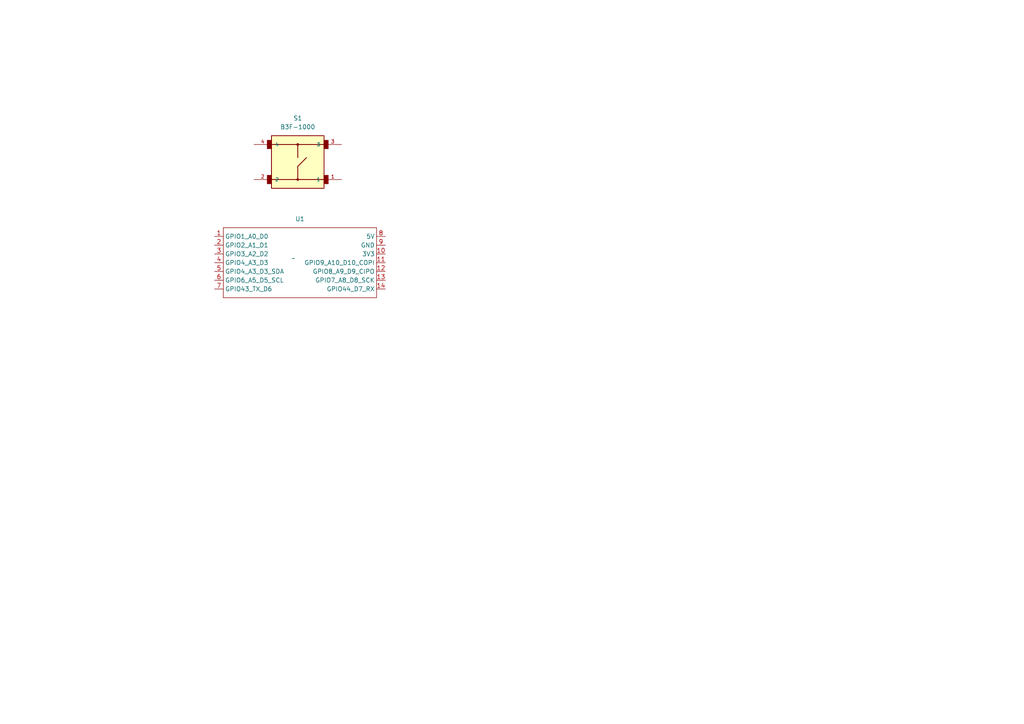
<source format=kicad_sch>
(kicad_sch (version 20230121) (generator eeschema)
  (paper "A4")
  (lib_symbols
    (symbol "button:B3F-1000" (pin_names (offset 1.016))
      (property "Reference" "S" (at -7.6261 7.6261 0))
      (property "Value" "B3F-1000" (at -7.6316 -8.9035 0))
      (symbol "B3F-1000_0_0"
        (rectangle (start -8.8931 -6.3522) (end -7.62 -3.81) (stroke (width 0.1)) (fill (type outline)))
        (rectangle (start -8.8912 3.8105) (end -7.62 6.35) (stroke (width 0.1)) (fill (type outline)))
        (rectangle (start -7.62 -7.62) (end 7.62 7.62) (stroke (width 0.254)) (fill (type background)))
        (circle (center 0 -5.08) (radius 0.254) (stroke (width 0.254)))
        (polyline (pts (xy -7.62 -5.08) (xy 0 -5.08)) (stroke (width 0.254)))
        (polyline (pts (xy -7.62 5.08) (xy 0 5.08)) (stroke (width 0.254)))
        (polyline (pts (xy 0 -5.08) (xy 0 -1.27)) (stroke (width 0.254)))
        (polyline (pts (xy 0 -5.08) (xy 7.62 -5.08)) (stroke (width 0.254)))
        (polyline (pts (xy 0 -1.27) (xy 2.54 1.27)) (stroke (width 0.254)))
        (polyline (pts (xy 0 5.08) (xy 0 1.27)) (stroke (width 0.254)))
        (polyline (pts (xy 0 5.08) (xy 7.62 5.08)) (stroke (width 0.254)))
        (circle (center 0 5.08) (radius 0.254) (stroke (width 0.254)))
        (rectangle (start 7.6236 -6.353) (end 8.89 -3.81) (stroke (width 0.1)) (fill (type outline)))
        (rectangle (start 7.6243 3.8121) (end 8.89 6.35) (stroke (width 0.1)) (fill (type outline)))
        (pin passive line (at 12.7 -5.08 180) (length 5.08) (name "1") (number "1"))
        (pin passive line (at -12.7 -5.08 0) (length 5.08) (name "2") (number "2"))
        (pin passive line (at 12.7 5.08 180) (length 5.08) (name "3") (number "3"))
        (pin passive line (at -12.7 5.08 0) (length 5.08) (name "4") (number "4"))
      )
    )
    (symbol "esp32:XIAO_ESP32_SENSE"
      (property "Reference" "U" (at 0 0 0))
      (symbol "XIAO_ESP32_SENSE_0_1"
        (polyline (pts (xy -20.32 8.89) (xy -20.32 -11.43) (xy 24.13 -11.43) (xy 24.13 8.89) (xy -20.32 8.89)))
      )
      (symbol "XIAO_ESP32_SENSE_1_1"
        (pin bidirectional line (at -22.86 6.35 0) (length 2.54) (name "GPIO1_A0_D0") (number "1"))
        (pin bidirectional line (at 26.67 1.27 180) (length 2.54) (name "3V3") (number "10"))
        (pin bidirectional line (at 26.67 -1.27 180) (length 2.54) (name "GPIO9_A10_D10_COPI") (number "11"))
        (pin bidirectional line (at 26.67 -3.81 180) (length 2.54) (name "GPIO8_A9_D9_CIPO") (number "12"))
        (pin bidirectional line (at 26.67 -6.35 180) (length 2.54) (name "GPIO7_A8_D8_SCK") (number "13"))
        (pin bidirectional line (at 26.67 -8.89 180) (length 2.54) (name "GPIO44_D7_RX") (number "14"))
        (pin bidirectional line (at -22.86 3.81 0) (length 2.54) (name "GPIO2_A1_D1") (number "2"))
        (pin bidirectional line (at -22.86 1.27 0) (length 2.54) (name "GPIO3_A2_D2") (number "3"))
        (pin bidirectional line (at -22.86 -1.27 0) (length 2.54) (name "GPIO4_A3_D3") (number "4"))
        (pin bidirectional line (at -22.86 -3.81 0) (length 2.54) (name "GPIO4_A3_D3_SDA") (number "5"))
        (pin bidirectional line (at -22.86 -6.35 0) (length 2.54) (name "GPIO6_A5_D5_SCL") (number "6"))
        (pin bidirectional line (at -22.86 -8.89 0) (length 2.54) (name "GPIO43_TX_D6") (number "7"))
        (pin bidirectional line (at 26.67 6.35 180) (length 2.54) (name "5V") (number "8"))
        (pin bidirectional line (at 26.67 3.81 180) (length 2.54) (name "GND") (number "9"))
      )
    )
  )
  (symbol (lib_id "esp32:XIAO_ESP32_SENSE") (at 85.09 74.93 0) (unit 1)
    (property "Reference" "U1" (at 86.995 63.5 0))
    (property "Value" "~" (at 85.09 74.93 0))
    (property "Footprint" "514_KiCAD_Demo:XIAO_ESP32_SENSE" (effects hide))
  )
  (symbol (lib_id "button:B3F-1000") (at 86.36 46.99 0) (unit 1)
    (property "Reference" "S1" (at 86.3584 34.29 0))
    (property "Value" "B3F-1000" (at 86.3584 36.83 0))
    (property "Footprint" "B3F-1000:SW_B3F-1000" (effects hide))
    (property "MF" "Omron" (effects hide))
    (property "Description" "\nTactile Switch SPST-NO Top Actuated Through Hole\n" (effects hide))
    (property "Package" "None" (effects hide))
    (property "Price" "None" (effects hide))
    (property "Check_prices" "https://www.snapeda.com/parts/B3F-1000/Omron+Electronics+Inc-EMC+Div/view-part/?ref=eda" (effects hide))
    (property "SnapEDA_Link" "https://www.snapeda.com/parts/B3F-1000/Omron+Electronics+Inc-EMC+Div/view-part/?ref=snap" (effects hide))
    (property "MP" "B3F-1000" (effects hide))
    (property "Purchase-URL" "https://www.snapeda.com/api/url_track_click_mouser/?unipart_id=48569&manufacturer=Omron&part_name=B3F-1000&search_term=None" (effects hide))
    (property "Availability" "In Stock" (effects hide))
    (property "MANUFACTURER" "Omron" (effects hide))
  )
)
</source>
